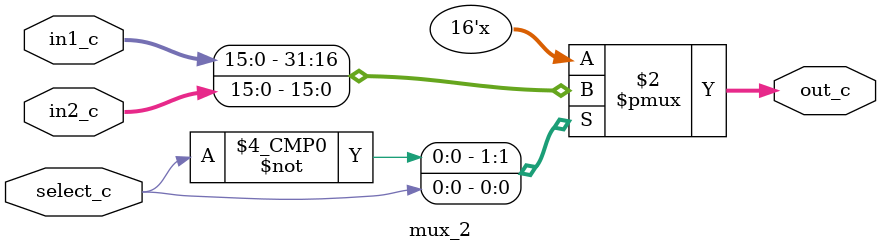
<source format=sv>
module mux_2 #(
	parameter WIDTH = 8
)
(
	input [2*WIDTH-1:0] in1_c, in2_c,
	input select_c,
	output reg [2*WIDTH-1:0] out_c
	
);

always @(*) begin

	case (select_c)
		1'b0: out_c=in1_c;
		1'b1: out_c=in2_c;
		default: out_c=in1_c;
	
	endcase

end
endmodule

</source>
